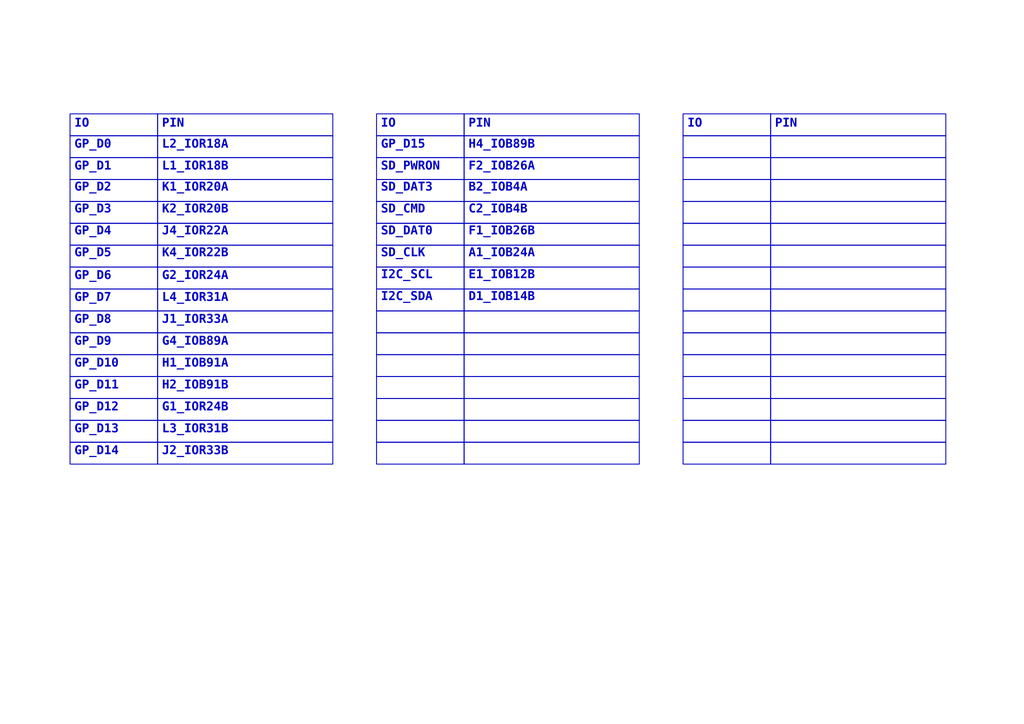
<source format=kicad_sch>
(kicad_sch
	(version 20250114)
	(generator "eeschema")
	(generator_version "9.0")
	(uuid "726e9e69-8303-4e09-9793-6179b04336f6")
	(paper "A4")
	(lib_symbols)
	(rectangle
		(start 223.52 102.87)
		(end 274.32 109.22)
		(stroke
			(width 0.254)
			(type default)
		)
		(fill
			(type none)
		)
		(uuid 012fb020-ee84-4cd7-8b87-d95aa4fe6a47)
	)
	(rectangle
		(start 223.52 121.92)
		(end 274.32 128.27)
		(stroke
			(width 0.254)
			(type default)
		)
		(fill
			(type none)
		)
		(uuid 0424107e-9188-4d11-9e7d-3f496b62a16e)
	)
	(rectangle
		(start 20.32 77.47)
		(end 45.72 83.82)
		(stroke
			(width 0.254)
			(type default)
		)
		(fill
			(type none)
		)
		(uuid 08a29c31-3bbb-489e-8697-2be7403f35e3)
	)
	(rectangle
		(start 223.52 128.27)
		(end 274.32 134.62)
		(stroke
			(width 0.254)
			(type default)
		)
		(fill
			(type none)
		)
		(uuid 0a1c73e0-7ae6-40f1-a6b6-f16cf12c3ad3)
	)
	(rectangle
		(start 109.22 52.07)
		(end 134.62 58.42)
		(stroke
			(width 0.254)
			(type default)
		)
		(fill
			(type none)
		)
		(uuid 0bc155e4-e17a-47f3-8fa5-ddc8bad00208)
	)
	(rectangle
		(start 134.62 128.27)
		(end 185.42 134.62)
		(stroke
			(width 0.254)
			(type default)
		)
		(fill
			(type none)
		)
		(uuid 0d57f41c-0e04-47e1-89f4-e65349c08b7c)
	)
	(rectangle
		(start 198.12 52.07)
		(end 223.52 58.42)
		(stroke
			(width 0.254)
			(type default)
		)
		(fill
			(type none)
		)
		(uuid 0db2ec97-ef92-4247-b779-4068ca2c3e25)
	)
	(rectangle
		(start 198.12 109.22)
		(end 223.52 115.57)
		(stroke
			(width 0.254)
			(type default)
		)
		(fill
			(type none)
		)
		(uuid 0dfe8352-3abf-4aed-8dc4-e5322554ca8b)
	)
	(rectangle
		(start 223.52 83.82)
		(end 274.32 90.17)
		(stroke
			(width 0.254)
			(type default)
		)
		(fill
			(type none)
		)
		(uuid 10e806c5-45aa-4e69-8754-155d8c118188)
	)
	(rectangle
		(start 223.52 39.37)
		(end 274.32 45.72)
		(stroke
			(width 0.254)
			(type default)
		)
		(fill
			(type none)
		)
		(uuid 1638b9cc-86ef-4d8b-ae33-cac378de8c50)
	)
	(rectangle
		(start 109.22 115.57)
		(end 134.62 121.92)
		(stroke
			(width 0.254)
			(type default)
		)
		(fill
			(type none)
		)
		(uuid 1a286945-c719-4313-b2da-5c83a1e064ec)
	)
	(rectangle
		(start 109.22 128.27)
		(end 134.62 134.62)
		(stroke
			(width 0.254)
			(type default)
		)
		(fill
			(type none)
		)
		(uuid 1d31f49e-c257-44f4-a399-f69411e64e15)
	)
	(rectangle
		(start 20.32 115.57)
		(end 45.72 121.92)
		(stroke
			(width 0.254)
			(type default)
		)
		(fill
			(type none)
		)
		(uuid 1f54b4b5-1272-4179-b354-777d8f54accf)
	)
	(rectangle
		(start 198.12 115.57)
		(end 223.52 121.92)
		(stroke
			(width 0.254)
			(type default)
		)
		(fill
			(type none)
		)
		(uuid 266c22f2-5e9f-4cd7-8bbc-b8a8d61c219b)
	)
	(rectangle
		(start 223.52 33.02)
		(end 274.32 39.37)
		(stroke
			(width 0.254)
			(type default)
		)
		(fill
			(type none)
		)
		(uuid 28ca3619-a4f2-4990-9b0d-f5abc701e932)
	)
	(rectangle
		(start 198.12 64.77)
		(end 223.52 71.12)
		(stroke
			(width 0.254)
			(type default)
		)
		(fill
			(type none)
		)
		(uuid 2ce4086a-5a13-465b-90cc-17d490e6b64b)
	)
	(rectangle
		(start 20.32 96.52)
		(end 45.72 102.87)
		(stroke
			(width 0.254)
			(type default)
		)
		(fill
			(type none)
		)
		(uuid 2d8d6298-577e-4cbb-9d93-3f9f0a7ace9e)
	)
	(rectangle
		(start 198.12 90.17)
		(end 223.52 96.52)
		(stroke
			(width 0.254)
			(type default)
		)
		(fill
			(type none)
		)
		(uuid 2edacd4c-b31b-4286-9ad8-e41c5af1e997)
	)
	(rectangle
		(start 20.32 45.72)
		(end 45.72 52.07)
		(stroke
			(width 0.254)
			(type default)
		)
		(fill
			(type none)
		)
		(uuid 31d45ca9-6516-4442-bc5a-c67e607bd18f)
	)
	(rectangle
		(start 223.52 96.52)
		(end 274.32 102.87)
		(stroke
			(width 0.254)
			(type default)
		)
		(fill
			(type none)
		)
		(uuid 357c2bac-9b3c-4700-902e-347016f28336)
	)
	(rectangle
		(start 109.22 64.77)
		(end 134.62 71.12)
		(stroke
			(width 0.254)
			(type default)
		)
		(fill
			(type none)
		)
		(uuid 3f2b7f9c-dcac-4c23-a843-ec40cfb5d0bd)
	)
	(rectangle
		(start 198.12 45.72)
		(end 223.52 52.07)
		(stroke
			(width 0.254)
			(type default)
		)
		(fill
			(type none)
		)
		(uuid 40c1111f-c682-45b1-a2ae-a14836d4a1fc)
	)
	(rectangle
		(start 134.62 83.82)
		(end 185.42 90.17)
		(stroke
			(width 0.254)
			(type default)
		)
		(fill
			(type none)
		)
		(uuid 418371d2-1cd0-4e8a-a344-1dc79c860d96)
	)
	(rectangle
		(start 109.22 45.72)
		(end 134.62 52.07)
		(stroke
			(width 0.254)
			(type default)
		)
		(fill
			(type none)
		)
		(uuid 437a46e3-d457-49e2-850c-9601a7f71518)
	)
	(rectangle
		(start 20.32 102.87)
		(end 45.72 109.22)
		(stroke
			(width 0.254)
			(type default)
		)
		(fill
			(type none)
		)
		(uuid 47cc7842-c06b-48dd-b72b-a626d477f9c6)
	)
	(rectangle
		(start 20.32 58.42)
		(end 45.72 64.77)
		(stroke
			(width 0.254)
			(type default)
		)
		(fill
			(type none)
		)
		(uuid 491180cf-9066-4aab-8ef2-153a734ddc60)
	)
	(rectangle
		(start 223.52 109.22)
		(end 274.32 115.57)
		(stroke
			(width 0.254)
			(type default)
		)
		(fill
			(type none)
		)
		(uuid 492ea8c9-4c83-4c98-8229-adae4dd92b9c)
	)
	(rectangle
		(start 45.72 64.77)
		(end 96.52 71.12)
		(stroke
			(width 0.254)
			(type default)
		)
		(fill
			(type none)
		)
		(uuid 4ecafdba-4726-43e3-894d-2bf7f5981927)
	)
	(rectangle
		(start 134.62 71.12)
		(end 185.42 77.47)
		(stroke
			(width 0.254)
			(type default)
		)
		(fill
			(type none)
		)
		(uuid 4f7245e1-a6bb-4cf0-9673-ffbf6c7acdc2)
	)
	(rectangle
		(start 223.52 115.57)
		(end 274.32 121.92)
		(stroke
			(width 0.254)
			(type default)
		)
		(fill
			(type none)
		)
		(uuid 51499f49-410a-4b87-96e0-fa43c0baf46c)
	)
	(rectangle
		(start 109.22 83.82)
		(end 134.62 90.17)
		(stroke
			(width 0.254)
			(type default)
		)
		(fill
			(type none)
		)
		(uuid 5980a141-c194-46f7-bbad-94e3f802bf0b)
	)
	(rectangle
		(start 134.62 115.57)
		(end 185.42 121.92)
		(stroke
			(width 0.254)
			(type default)
		)
		(fill
			(type none)
		)
		(uuid 5b33561d-bb76-4fcf-95f2-ea971b98bb96)
	)
	(rectangle
		(start 45.72 52.07)
		(end 96.52 58.42)
		(stroke
			(width 0.254)
			(type default)
		)
		(fill
			(type none)
		)
		(uuid 5cfc01ba-011f-41e5-bad7-dee5fed1786d)
	)
	(rectangle
		(start 134.62 39.37)
		(end 185.42 45.72)
		(stroke
			(width 0.254)
			(type default)
		)
		(fill
			(type none)
		)
		(uuid 6a0bd649-7511-4a80-bb45-898b90a7edc4)
	)
	(rectangle
		(start 223.52 71.12)
		(end 274.32 77.47)
		(stroke
			(width 0.254)
			(type default)
		)
		(fill
			(type none)
		)
		(uuid 6b13a2d1-553b-48ab-b504-d65cba9212e5)
	)
	(rectangle
		(start 134.62 52.07)
		(end 185.42 58.42)
		(stroke
			(width 0.254)
			(type default)
		)
		(fill
			(type none)
		)
		(uuid 6e4aa7ea-66d3-4de6-81d5-715277230713)
	)
	(rectangle
		(start 20.32 109.22)
		(end 45.72 115.57)
		(stroke
			(width 0.254)
			(type default)
		)
		(fill
			(type none)
		)
		(uuid 72ad7d9b-b10b-4fa5-b2b2-6860cc6739ff)
	)
	(rectangle
		(start 45.72 58.42)
		(end 96.52 64.77)
		(stroke
			(width 0.254)
			(type default)
		)
		(fill
			(type none)
		)
		(uuid 73d7d4f8-70f6-46b6-9a85-c36f42829a63)
	)
	(rectangle
		(start 134.62 58.42)
		(end 185.42 64.77)
		(stroke
			(width 0.254)
			(type default)
		)
		(fill
			(type none)
		)
		(uuid 7a4245f3-260c-4cab-8d0f-3761d7f9dc16)
	)
	(rectangle
		(start 20.32 64.77)
		(end 45.72 71.12)
		(stroke
			(width 0.254)
			(type default)
		)
		(fill
			(type none)
		)
		(uuid 7b5305ed-d0f8-48a0-a693-a46583f47704)
	)
	(rectangle
		(start 223.52 64.77)
		(end 274.32 71.12)
		(stroke
			(width 0.254)
			(type default)
		)
		(fill
			(type none)
		)
		(uuid 7c90f329-69cd-4db0-b1fc-72d4e94262fd)
	)
	(rectangle
		(start 109.22 109.22)
		(end 134.62 115.57)
		(stroke
			(width 0.254)
			(type default)
		)
		(fill
			(type none)
		)
		(uuid 80c819ab-8628-473d-b1cc-04d231f0c71b)
	)
	(rectangle
		(start 223.52 90.17)
		(end 274.32 96.52)
		(stroke
			(width 0.254)
			(type default)
		)
		(fill
			(type none)
		)
		(uuid 80cc902d-bc83-44bf-ba1e-8b2e6e9d3d84)
	)
	(rectangle
		(start 20.32 71.12)
		(end 45.72 77.47)
		(stroke
			(width 0.254)
			(type default)
		)
		(fill
			(type none)
		)
		(uuid 86f1358b-cf94-4916-adfe-e6b1d646cea8)
	)
	(rectangle
		(start 20.32 128.27)
		(end 45.72 134.62)
		(stroke
			(width 0.254)
			(type default)
		)
		(fill
			(type none)
		)
		(uuid 89f53f77-a7e7-4e49-b682-ce5e8e38d1db)
	)
	(rectangle
		(start 20.32 33.02)
		(end 45.72 39.37)
		(stroke
			(width 0.254)
			(type default)
		)
		(fill
			(type none)
		)
		(uuid 8a955181-13bf-4e6a-a907-17b2ad80f5e2)
	)
	(rectangle
		(start 198.12 71.12)
		(end 223.52 77.47)
		(stroke
			(width 0.254)
			(type default)
		)
		(fill
			(type none)
		)
		(uuid 94b5f1de-174f-49c9-b3bb-9d5c4949897e)
	)
	(rectangle
		(start 45.72 33.02)
		(end 96.52 39.37)
		(stroke
			(width 0.254)
			(type default)
		)
		(fill
			(type none)
		)
		(uuid 958fd669-6232-4cc9-9240-6b048f3d4ca0)
	)
	(rectangle
		(start 109.22 39.37)
		(end 134.62 45.72)
		(stroke
			(width 0.254)
			(type default)
		)
		(fill
			(type none)
		)
		(uuid 9724a54f-03fe-4b73-bfad-0cd61c5a6021)
	)
	(rectangle
		(start 198.12 102.87)
		(end 223.52 109.22)
		(stroke
			(width 0.254)
			(type default)
		)
		(fill
			(type none)
		)
		(uuid 97df4730-9dab-4010-9a3a-0a666ccaa3fe)
	)
	(rectangle
		(start 134.62 33.02)
		(end 185.42 39.37)
		(stroke
			(width 0.254)
			(type default)
		)
		(fill
			(type none)
		)
		(uuid 9bf173aa-9e9a-49f8-a5b2-c9ae21643348)
	)
	(rectangle
		(start 20.32 121.92)
		(end 45.72 128.27)
		(stroke
			(width 0.254)
			(type default)
		)
		(fill
			(type none)
		)
		(uuid 9cef45cb-c93e-4ac8-a633-84f6b4881d02)
	)
	(rectangle
		(start 134.62 102.87)
		(end 185.42 109.22)
		(stroke
			(width 0.254)
			(type default)
		)
		(fill
			(type none)
		)
		(uuid 9ed79d16-e3c5-46af-b0cc-b8364850d5fa)
	)
	(rectangle
		(start 20.32 52.07)
		(end 45.72 58.42)
		(stroke
			(width 0.254)
			(type default)
		)
		(fill
			(type none)
		)
		(uuid a1bcccc0-915c-43dc-a123-b8d0417ad81a)
	)
	(rectangle
		(start 20.32 83.82)
		(end 45.72 90.17)
		(stroke
			(width 0.254)
			(type default)
		)
		(fill
			(type none)
		)
		(uuid a30bba7f-7377-4614-a475-ad30ea2edf80)
	)
	(rectangle
		(start 45.72 96.52)
		(end 96.52 102.87)
		(stroke
			(width 0.254)
			(type default)
		)
		(fill
			(type none)
		)
		(uuid a6109cd6-4f73-4992-8860-354af3625298)
	)
	(rectangle
		(start 45.72 102.87)
		(end 96.52 109.22)
		(stroke
			(width 0.254)
			(type default)
		)
		(fill
			(type none)
		)
		(uuid a6c2911e-0267-4c02-a09a-af9be468b8cf)
	)
	(rectangle
		(start 109.22 96.52)
		(end 134.62 102.87)
		(stroke
			(width 0.254)
			(type default)
		)
		(fill
			(type none)
		)
		(uuid a7564b25-27cf-426c-9125-1453815b49f1)
	)
	(rectangle
		(start 223.52 77.47)
		(end 274.32 83.82)
		(stroke
			(width 0.254)
			(type default)
		)
		(fill
			(type none)
		)
		(uuid aacbc57b-8720-4a72-ba23-ac9476cac148)
	)
	(rectangle
		(start 198.12 128.27)
		(end 223.52 134.62)
		(stroke
			(width 0.254)
			(type default)
		)
		(fill
			(type none)
		)
		(uuid aef022b7-3feb-4876-8739-eda49900d355)
	)
	(rectangle
		(start 20.32 90.17)
		(end 45.72 96.52)
		(stroke
			(width 0.254)
			(type default)
		)
		(fill
			(type none)
		)
		(uuid b7a35a37-0069-42c0-b738-718064e01b36)
	)
	(rectangle
		(start 134.62 64.77)
		(end 185.42 71.12)
		(stroke
			(width 0.254)
			(type default)
		)
		(fill
			(type none)
		)
		(uuid b82b3a0d-ad51-4a24-80da-627cfd84f756)
	)
	(rectangle
		(start 134.62 109.22)
		(end 185.42 115.57)
		(stroke
			(width 0.254)
			(type default)
		)
		(fill
			(type none)
		)
		(uuid ba45efab-def9-49cb-80a0-480c68c29f0c)
	)
	(rectangle
		(start 45.72 71.12)
		(end 96.52 77.47)
		(stroke
			(width 0.254)
			(type default)
		)
		(fill
			(type none)
		)
		(uuid bc17a9ac-8896-4785-8771-b3305dd0d2e5)
	)
	(rectangle
		(start 45.72 39.37)
		(end 96.52 45.72)
		(stroke
			(width 0.254)
			(type default)
		)
		(fill
			(type none)
		)
		(uuid c0e3a346-e8a2-4e8a-ad06-bf758daa500e)
	)
	(rectangle
		(start 109.22 71.12)
		(end 134.62 77.47)
		(stroke
			(width 0.254)
			(type default)
		)
		(fill
			(type none)
		)
		(uuid c2a027ab-1417-4ba3-95e2-2832b4c479c2)
	)
	(rectangle
		(start 45.72 45.72)
		(end 96.52 52.07)
		(stroke
			(width 0.254)
			(type default)
		)
		(fill
			(type none)
		)
		(uuid c3b802b7-fda7-44b6-9f29-64f76abf4430)
	)
	(rectangle
		(start 198.12 96.52)
		(end 223.52 102.87)
		(stroke
			(width 0.254)
			(type default)
		)
		(fill
			(type none)
		)
		(uuid c5df6e90-b87a-48de-a6e9-e035b425f40b)
	)
	(rectangle
		(start 109.22 90.17)
		(end 134.62 96.52)
		(stroke
			(width 0.254)
			(type default)
		)
		(fill
			(type none)
		)
		(uuid c6357ece-0e8c-4c73-b71d-cb6b817096d6)
	)
	(rectangle
		(start 109.22 121.92)
		(end 134.62 128.27)
		(stroke
			(width 0.254)
			(type default)
		)
		(fill
			(type none)
		)
		(uuid c6775d96-d840-4d4f-9b43-a3f5722702e9)
	)
	(rectangle
		(start 20.32 39.37)
		(end 45.72 45.72)
		(stroke
			(width 0.254)
			(type default)
		)
		(fill
			(type none)
		)
		(uuid c74c4fb5-4326-45a0-9bce-4e9f94bee1b6)
	)
	(rectangle
		(start 134.62 77.47)
		(end 185.42 83.82)
		(stroke
			(width 0.254)
			(type default)
		)
		(fill
			(type none)
		)
		(uuid c938c33d-9b52-4f7d-ac94-803c02186563)
	)
	(rectangle
		(start 134.62 90.17)
		(end 185.42 96.52)
		(stroke
			(width 0.254)
			(type default)
		)
		(fill
			(type none)
		)
		(uuid cb445023-2190-4832-a4c3-38f737060b21)
	)
	(rectangle
		(start 198.12 77.47)
		(end 223.52 83.82)
		(stroke
			(width 0.254)
			(type default)
		)
		(fill
			(type none)
		)
		(uuid cbac0ca7-b1e8-411e-98f2-459b8bf95e04)
	)
	(rectangle
		(start 45.72 109.22)
		(end 96.52 115.57)
		(stroke
			(width 0.254)
			(type default)
		)
		(fill
			(type none)
		)
		(uuid cd39b9cb-f4af-462e-a7e8-86610f5d3e3e)
	)
	(rectangle
		(start 134.62 45.72)
		(end 185.42 52.07)
		(stroke
			(width 0.254)
			(type default)
		)
		(fill
			(type none)
		)
		(uuid cf1bd372-2d02-45ce-9b90-eaa195bd5125)
	)
	(rectangle
		(start 198.12 33.02)
		(end 223.52 39.37)
		(stroke
			(width 0.254)
			(type default)
		)
		(fill
			(type none)
		)
		(uuid cf7f97d9-eeaf-4a83-938e-9a693c65185d)
	)
	(rectangle
		(start 45.72 121.92)
		(end 96.52 128.27)
		(stroke
			(width 0.254)
			(type default)
		)
		(fill
			(type none)
		)
		(uuid d76087fb-5615-4552-8a9a-42035170759f)
	)
	(rectangle
		(start 198.12 121.92)
		(end 223.52 128.27)
		(stroke
			(width 0.254)
			(type default)
		)
		(fill
			(type none)
		)
		(uuid d79b377b-c4f2-4e52-aa4f-78dc59f7b834)
	)
	(rectangle
		(start 198.12 58.42)
		(end 223.52 64.77)
		(stroke
			(width 0.254)
			(type default)
		)
		(fill
			(type none)
		)
		(uuid d96ff28c-2828-4df4-ae7c-d04da56f6d9f)
	)
	(rectangle
		(start 109.22 77.47)
		(end 134.62 83.82)
		(stroke
			(width 0.254)
			(type default)
		)
		(fill
			(type none)
		)
		(uuid ddab6eff-190a-4575-b148-6af77fb859dd)
	)
	(rectangle
		(start 109.22 102.87)
		(end 134.62 109.22)
		(stroke
			(width 0.254)
			(type default)
		)
		(fill
			(type none)
		)
		(uuid dddb2692-6cad-43ef-a507-98da93954072)
	)
	(rectangle
		(start 45.72 115.57)
		(end 96.52 121.92)
		(stroke
			(width 0.254)
			(type default)
		)
		(fill
			(type none)
		)
		(uuid de4292f5-607e-49c1-8f96-1be95eecbbee)
	)
	(rectangle
		(start 134.62 96.52)
		(end 185.42 102.87)
		(stroke
			(width 0.254)
			(type default)
		)
		(fill
			(type none)
		)
		(uuid e2693ead-b3cb-43b1-8eef-40414d30d8a9)
	)
	(rectangle
		(start 198.12 83.82)
		(end 223.52 90.17)
		(stroke
			(width 0.254)
			(type default)
		)
		(fill
			(type none)
		)
		(uuid e76c0df9-eaff-448b-979f-c5201fd48a42)
	)
	(rectangle
		(start 45.72 77.47)
		(end 96.52 83.82)
		(stroke
			(width 0.254)
			(type default)
		)
		(fill
			(type none)
		)
		(uuid e8087059-8d15-4871-9b10-baa6351cd053)
	)
	(rectangle
		(start 223.52 58.42)
		(end 274.32 64.77)
		(stroke
			(width 0.254)
			(type default)
		)
		(fill
			(type none)
		)
		(uuid eb009961-df3d-40c8-95d4-ca856bf0a454)
	)
	(rectangle
		(start 134.62 121.92)
		(end 185.42 128.27)
		(stroke
			(width 0.254)
			(type default)
		)
		(fill
			(type none)
		)
		(uuid eea39f61-58ae-4b76-9722-767763e10a0c)
	)
	(rectangle
		(start 109.22 33.02)
		(end 134.62 39.37)
		(stroke
			(width 0.254)
			(type default)
		)
		(fill
			(type none)
		)
		(uuid efa1df8c-0a76-42b5-bff7-37ed280340c1)
	)
	(rectangle
		(start 45.72 90.17)
		(end 96.52 96.52)
		(stroke
			(width 0.254)
			(type default)
		)
		(fill
			(type none)
		)
		(uuid efd5f7b5-9879-4dea-9f2a-32254f27b272)
	)
	(rectangle
		(start 223.52 52.07)
		(end 274.32 58.42)
		(stroke
			(width 0.254)
			(type default)
		)
		(fill
			(type none)
		)
		(uuid f14abe9a-8ca5-4a41-97eb-39db3b662618)
	)
	(rectangle
		(start 198.12 39.37)
		(end 223.52 45.72)
		(stroke
			(width 0.254)
			(type default)
		)
		(fill
			(type none)
		)
		(uuid f2f17e45-70f5-4d59-90a3-e04361346d19)
	)
	(rectangle
		(start 223.52 45.72)
		(end 274.32 52.07)
		(stroke
			(width 0.254)
			(type default)
		)
		(fill
			(type none)
		)
		(uuid f3d75b55-784b-49ae-81bb-bb0503fd5856)
	)
	(rectangle
		(start 45.72 83.82)
		(end 96.52 90.17)
		(stroke
			(width 0.254)
			(type default)
		)
		(fill
			(type none)
		)
		(uuid f6175657-ac84-4824-bbbc-7d7bfcefdd9d)
	)
	(rectangle
		(start 45.72 128.27)
		(end 96.52 134.62)
		(stroke
			(width 0.254)
			(type default)
		)
		(fill
			(type none)
		)
		(uuid f696004b-9fe2-4073-b91e-cf123448bb9d)
	)
	(rectangle
		(start 109.22 58.42)
		(end 134.62 64.77)
		(stroke
			(width 0.254)
			(type default)
		)
		(fill
			(type none)
		)
		(uuid fbe6b0e3-594d-4407-8488-7727c92d1f2e)
	)
	(text "L4_IOR31A"
		(exclude_from_sim no)
		(at 46.99 87.122 0)
		(effects
			(font
				(face "Courier New")
				(size 2.54 2.54)
				(thickness 0.508)
				(bold yes)
			)
			(justify left)
		)
		(uuid "01068f36-3d28-469a-8287-d54beeec95dd")
	)
	(text "GP_D9"
		(exclude_from_sim no)
		(at 21.59 99.822 0)
		(effects
			(font
				(face "Courier New")
				(size 2.54 2.54)
				(thickness 0.508)
				(bold yes)
			)
			(justify left)
		)
		(uuid "07c3b0d0-a03a-4a29-b32f-6a9a40e06544")
	)
	(text "I2C_SCL"
		(exclude_from_sim no)
		(at 110.49 80.518 0)
		(effects
			(font
				(face "Courier New")
				(size 2.54 2.54)
				(thickness 0.508)
				(bold yes)
			)
			(justify left)
		)
		(uuid "0981c514-8d70-4565-ac3b-1587744d9071")
	)
	(text "L3_IOR31B"
		(exclude_from_sim no)
		(at 46.99 125.222 0)
		(effects
			(font
				(face "Courier New")
				(size 2.54 2.54)
				(thickness 0.508)
				(bold yes)
			)
			(justify left)
		)
		(uuid "0b3f9d88-d7ab-451b-bd25-357adcc35e51")
	)
	(text "IO"
		(exclude_from_sim no)
		(at 110.49 36.576 0)
		(effects
			(font
				(face "Courier New")
				(size 2.54 2.54)
				(thickness 0.254)
				(bold yes)
			)
			(justify left)
		)
		(uuid "0c226fed-0bf8-4595-b046-974c8bdced43")
	)
	(text "B2_IOB4A"
		(exclude_from_sim no)
		(at 135.89 55.118 0)
		(effects
			(font
				(face "Courier New")
				(size 2.54 2.54)
				(thickness 0.508)
				(bold yes)
			)
			(justify left)
		)
		(uuid "10e77aeb-2ef1-4243-b0aa-851731f1af50")
	)
	(text "D1_IOB14B"
		(exclude_from_sim no)
		(at 135.89 86.868 0)
		(effects
			(font
				(face "Courier New")
				(size 2.54 2.54)
				(thickness 0.508)
				(bold yes)
			)
			(justify left)
		)
		(uuid "1382c45e-e258-4309-a48e-203b3f45bd48")
	)
	(text "H1_IOB91A"
		(exclude_from_sim no)
		(at 46.99 106.172 0)
		(effects
			(font
				(face "Courier New")
				(size 2.54 2.54)
				(thickness 0.508)
				(bold yes)
			)
			(justify left)
		)
		(uuid "14c00265-7937-44bd-a11d-718c43666ba0")
	)
	(text "GP_D1"
		(exclude_from_sim no)
		(at 21.59 49.022 0)
		(effects
			(font
				(face "Courier New")
				(size 2.54 2.54)
				(thickness 0.508)
				(bold yes)
			)
			(justify left)
		)
		(uuid "188afcf1-722c-4bb4-b381-bec81c0c1b24")
	)
	(text "A1_IOB24A"
		(exclude_from_sim no)
		(at 135.89 74.168 0)
		(effects
			(font
				(face "Courier New")
				(size 2.54 2.54)
				(thickness 0.508)
				(bold yes)
			)
			(justify left)
		)
		(uuid "1a3f94b9-4101-42d4-b1c6-63ee86a60c13")
	)
	(text "SD_DAT0"
		(exclude_from_sim no)
		(at 110.49 67.818 0)
		(effects
			(font
				(face "Courier New")
				(size 2.54 2.54)
				(thickness 0.508)
				(bold yes)
			)
			(justify left)
		)
		(uuid "22a7280a-2055-4221-8d18-aa3bed5cbc22")
	)
	(text "PIN"
		(exclude_from_sim no)
		(at 224.79 36.576 0)
		(effects
			(font
				(face "Courier New")
				(size 2.54 2.54)
				(thickness 0.254)
				(bold yes)
			)
			(justify left)
		)
		(uuid "231de248-b9e9-4796-8bba-7ab1a12942dc")
	)
	(text "I2C_SDA"
		(exclude_from_sim no)
		(at 110.49 86.868 0)
		(effects
			(font
				(face "Courier New")
				(size 2.54 2.54)
				(thickness 0.508)
				(bold yes)
			)
			(justify left)
		)
		(uuid "25857ce7-2b57-48ec-8878-7321d32c0d7f")
	)
	(text "J2_IOR33B"
		(exclude_from_sim no)
		(at 46.99 131.572 0)
		(effects
			(font
				(face "Courier New")
				(size 2.54 2.54)
				(thickness 0.508)
				(bold yes)
			)
			(justify left)
		)
		(uuid "2c1bd6a1-ec27-4965-8775-fd2289a7e98a")
	)
	(text "GP_D0"
		(exclude_from_sim no)
		(at 21.59 42.672 0)
		(effects
			(font
				(face "Courier New")
				(size 2.54 2.54)
				(thickness 0.508)
				(bold yes)
			)
			(justify left)
		)
		(uuid "2c551036-e499-422f-b904-f7a6b68673d8")
	)
	(text "GP_D6"
		(exclude_from_sim no)
		(at 21.59 80.772 0)
		(effects
			(font
				(face "Courier New")
				(size 2.54 2.54)
				(thickness 0.508)
				(bold yes)
			)
			(justify left)
		)
		(uuid "2f89f701-a20e-4d48-a846-4339784b2c05")
	)
	(text "GP_D14"
		(exclude_from_sim no)
		(at 21.59 131.572 0)
		(effects
			(font
				(face "Courier New")
				(size 2.54 2.54)
				(thickness 0.508)
				(bold yes)
			)
			(justify left)
		)
		(uuid "34a4b930-cf87-4187-b6fb-18c22af8c370")
	)
	(text "SD_CLK"
		(exclude_from_sim no)
		(at 110.49 74.168 0)
		(effects
			(font
				(face "Courier New")
				(size 2.54 2.54)
				(thickness 0.508)
				(bold yes)
			)
			(justify left)
		)
		(uuid "38c00bb2-4f3b-47bb-86bf-5df595379146")
	)
	(text "G1_IOR24B"
		(exclude_from_sim no)
		(at 46.99 118.872 0)
		(effects
			(font
				(face "Courier New")
				(size 2.54 2.54)
				(thickness 0.508)
				(bold yes)
			)
			(justify left)
		)
		(uuid "43cb1dc9-5fb3-4a00-81c5-fd3d1c2f13f6")
	)
	(text "GP_D10"
		(exclude_from_sim no)
		(at 21.59 106.172 0)
		(effects
			(font
				(face "Courier New")
				(size 2.54 2.54)
				(thickness 0.508)
				(bold yes)
			)
			(justify left)
		)
		(uuid "473b334a-4d6d-424e-b022-e7e83d5954ea")
	)
	(text "SD_DAT3"
		(exclude_from_sim no)
		(at 110.49 55.118 0)
		(effects
			(font
				(face "Courier New")
				(size 2.54 2.54)
				(thickness 0.508)
				(bold yes)
			)
			(justify left)
		)
		(uuid "47e4ac77-06df-42f1-923f-2a97ea91ede3")
	)
	(text "SD_PWRON"
		(exclude_from_sim no)
		(at 110.49 49.022 0)
		(effects
			(font
				(face "Courier New")
				(size 2.54 2.54)
				(thickness 0.508)
				(bold yes)
			)
			(justify left)
		)
		(uuid "4dab2a27-632b-4e51-bf4b-a3629918b262")
	)
	(text "IO"
		(exclude_from_sim no)
		(at 21.59 36.576 0)
		(effects
			(font
				(face "Courier New")
				(size 2.54 2.54)
				(thickness 0.254)
				(bold yes)
			)
			(justify left)
		)
		(uuid "5320d513-28ab-463b-b1f2-163fc10e1041")
	)
	(text "GP_D4"
		(exclude_from_sim no)
		(at 21.59 67.818 0)
		(effects
			(font
				(face "Courier New")
				(size 2.54 2.54)
				(thickness 0.508)
				(bold yes)
			)
			(justify left)
		)
		(uuid "549e02ce-7c2f-42ab-ad11-2071b07bc607")
	)
	(text "J4_IOR22A"
		(exclude_from_sim no)
		(at 46.99 67.818 0)
		(effects
			(font
				(face "Courier New")
				(size 2.54 2.54)
				(thickness 0.508)
				(bold yes)
			)
			(justify left)
		)
		(uuid "6318a158-0d1a-4901-bc7b-f26aa30cb161")
	)
	(text "PIN"
		(exclude_from_sim no)
		(at 135.89 36.576 0)
		(effects
			(font
				(face "Courier New")
				(size 2.54 2.54)
				(thickness 0.254)
				(bold yes)
			)
			(justify left)
		)
		(uuid "70ebee13-d0a9-44bc-9270-6af544896a03")
	)
	(text "GP_D7"
		(exclude_from_sim no)
		(at 21.59 87.122 0)
		(effects
			(font
				(face "Courier New")
				(size 2.54 2.54)
				(thickness 0.508)
				(bold yes)
			)
			(justify left)
		)
		(uuid "7300fe5b-cad8-48ca-80bf-b9215d81e8e1")
	)
	(text "GP_D3"
		(exclude_from_sim no)
		(at 21.59 61.468 0)
		(effects
			(font
				(face "Courier New")
				(size 2.54 2.54)
				(thickness 0.508)
				(bold yes)
			)
			(justify left)
		)
		(uuid "828391e4-d646-4e22-a778-b68c0cd03d7c")
	)
	(text "GP_D15"
		(exclude_from_sim no)
		(at 110.49 42.672 0)
		(effects
			(font
				(face "Courier New")
				(size 2.54 2.54)
				(thickness 0.508)
				(bold yes)
			)
			(justify left)
		)
		(uuid "84b84532-ae35-432a-8596-672a926f171c")
	)
	(text "GP_D8"
		(exclude_from_sim no)
		(at 21.59 93.472 0)
		(effects
			(font
				(face "Courier New")
				(size 2.54 2.54)
				(thickness 0.508)
				(bold yes)
			)
			(justify left)
		)
		(uuid "89b6f2c5-474c-4418-92ec-0f0932c352f2")
	)
	(text "L1_IOR18B"
		(exclude_from_sim no)
		(at 46.99 49.022 0)
		(effects
			(font
				(face "Courier New")
				(size 2.54 2.54)
				(thickness 0.508)
				(bold yes)
			)
			(justify left)
		)
		(uuid "8ccc2389-f27d-443c-b6b2-3ca5fbd4bc08")
	)
	(text "GP_D12"
		(exclude_from_sim no)
		(at 21.59 118.872 0)
		(effects
			(font
				(face "Courier New")
				(size 2.54 2.54)
				(thickness 0.508)
				(bold yes)
			)
			(justify left)
		)
		(uuid "8de69335-5bcc-4eeb-98ab-7b776651b073")
	)
	(text "PIN"
		(exclude_from_sim no)
		(at 46.99 36.576 0)
		(effects
			(font
				(face "Courier New")
				(size 2.54 2.54)
				(thickness 0.254)
				(bold yes)
			)
			(justify left)
		)
		(uuid "8e184560-bd69-4939-a227-9332d8aabb94")
	)
	(text "K2_IOR20B"
		(exclude_from_sim no)
		(at 46.99 61.468 0)
		(effects
			(font
				(face "Courier New")
				(size 2.54 2.54)
				(thickness 0.508)
				(bold yes)
			)
			(justify left)
		)
		(uuid "8f119bb8-5677-4ce3-b189-6568438832ba")
	)
	(text "E1_IOB12B"
		(exclude_from_sim no)
		(at 135.89 80.518 0)
		(effects
			(font
				(face "Courier New")
				(size 2.54 2.54)
				(thickness 0.508)
				(bold yes)
			)
			(justify left)
		)
		(uuid "916126fd-d2bb-454c-b101-db933d8f2c51")
	)
	(text "GP_D2"
		(exclude_from_sim no)
		(at 21.59 55.118 0)
		(effects
			(font
				(face "Courier New")
				(size 2.54 2.54)
				(thickness 0.508)
				(bold yes)
			)
			(justify left)
		)
		(uuid "93df7b56-0e4a-44b2-bb4f-826346d64167")
	)
	(text "C2_IOB4B"
		(exclude_from_sim no)
		(at 135.89 61.468 0)
		(effects
			(font
				(face "Courier New")
				(size 2.54 2.54)
				(thickness 0.508)
				(bold yes)
			)
			(justify left)
		)
		(uuid "951908e4-6692-4f47-99fa-5a3c10d03e6b")
	)
	(text "IO"
		(exclude_from_sim no)
		(at 199.39 36.576 0)
		(effects
			(font
				(face "Courier New")
				(size 2.54 2.54)
				(thickness 0.254)
				(bold yes)
			)
			(justify left)
		)
		(uuid "9c5d355f-a47f-4624-99c4-2c64ecaa573a")
	)
	(text "K1_IOR20A"
		(exclude_from_sim no)
		(at 46.99 55.118 0)
		(effects
			(font
				(face "Courier New")
				(size 2.54 2.54)
				(thickness 0.508)
				(bold yes)
			)
			(justify left)
		)
		(uuid "9ed7ef77-1ca4-490f-8822-a8d3b08741cc")
	)
	(text "H4_IOB89B"
		(exclude_from_sim no)
		(at 135.89 42.672 0)
		(effects
			(font
				(face "Courier New")
				(size 2.54 2.54)
				(thickness 0.508)
				(bold yes)
			)
			(justify left)
		)
		(uuid "9fb2b4b4-74db-4e98-812b-2cde99d53c7f")
	)
	(text "G4_IOB89A"
		(exclude_from_sim no)
		(at 46.99 99.822 0)
		(effects
			(font
				(face "Courier New")
				(size 2.54 2.54)
				(thickness 0.508)
				(bold yes)
			)
			(justify left)
		)
		(uuid "a3a2b178-ef6e-4c8f-8c28-6dac5aaabcc8")
	)
	(text "G2_IOR24A"
		(exclude_from_sim no)
		(at 46.99 80.772 0)
		(effects
			(font
				(face "Courier New")
				(size 2.54 2.54)
				(thickness 0.508)
				(bold yes)
			)
			(justify left)
		)
		(uuid "a8243a27-2cae-4929-a981-037044b01728")
	)
	(text "J1_IOR33A"
		(exclude_from_sim no)
		(at 46.99 93.472 0)
		(effects
			(font
				(face "Courier New")
				(size 2.54 2.54)
				(thickness 0.508)
				(bold yes)
			)
			(justify left)
		)
		(uuid "b08f6235-f43e-49ad-b430-5690aa4bafeb")
	)
	(text "SD_CMD"
		(exclude_from_sim no)
		(at 110.49 61.468 0)
		(effects
			(font
				(face "Courier New")
				(size 2.54 2.54)
				(thickness 0.508)
				(bold yes)
			)
			(justify left)
		)
		(uuid "b485e077-4a5c-4999-9bf7-cfcdea9edc33")
	)
	(text "H2_IOB91B"
		(exclude_from_sim no)
		(at 46.99 112.522 0)
		(effects
			(font
				(face "Courier New")
				(size 2.54 2.54)
				(thickness 0.508)
				(bold yes)
			)
			(justify left)
		)
		(uuid "b56451e6-45f0-47de-95c3-6818e259349c")
	)
	(text "GP_D5"
		(exclude_from_sim no)
		(at 21.59 74.168 0)
		(effects
			(font
				(face "Courier New")
				(size 2.54 2.54)
				(thickness 0.508)
				(bold yes)
			)
			(justify left)
		)
		(uuid "c352cce9-e34a-4de2-9e9b-7f70bb6cbc31")
	)
	(text "F2_IOB26A"
		(exclude_from_sim no)
		(at 135.89 49.022 0)
		(effects
			(font
				(face "Courier New")
				(size 2.54 2.54)
				(thickness 0.508)
				(bold yes)
			)
			(justify left)
		)
		(uuid "cbc71910-063b-4752-98d3-4725148e021e")
	)
	(text "GP_D13"
		(exclude_from_sim no)
		(at 21.59 125.222 0)
		(effects
			(font
				(face "Courier New")
				(size 2.54 2.54)
				(thickness 0.508)
				(bold yes)
			)
			(justify left)
		)
		(uuid "d088eb40-8472-44c2-ac56-f077009c2c76")
	)
	(text "K4_IOR22B"
		(exclude_from_sim no)
		(at 46.99 74.168 0)
		(effects
			(font
				(face "Courier New")
				(size 2.54 2.54)
				(thickness 0.508)
				(bold yes)
			)
			(justify left)
		)
		(uuid "e1ea78bf-e84b-4f9b-b9a2-50c235dfbf48")
	)
	(text "GP_D11"
		(exclude_from_sim no)
		(at 21.59 112.522 0)
		(effects
			(font
				(face "Courier New")
				(size 2.54 2.54)
				(thickness 0.508)
				(bold yes)
			)
			(justify left)
		)
		(uuid "ec059d7f-a2b9-4c5c-b118-0b04af36c2bf")
	)
	(text "L2_IOR18A"
		(exclude_from_sim no)
		(at 46.99 42.672 0)
		(effects
			(font
				(face "Courier New")
				(size 2.54 2.54)
				(thickness 0.508)
				(bold yes)
			)
			(justify left)
		)
		(uuid "efb03125-2b97-492b-98a8-04788c0f4520")
	)
	(text "F1_IOB26B"
		(exclude_from_sim no)
		(at 135.89 67.818 0)
		(effects
			(font
				(face "Courier New")
				(size 2.54 2.54)
				(thickness 0.508)
				(bold yes)
			)
			(justify left)
		)
		(uuid "f7b2a908-d998-4177-b0ef-4c00211bb307")
	)
)

</source>
